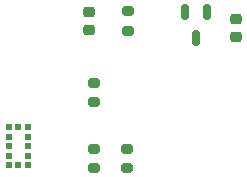
<source format=gbr>
%TF.GenerationSoftware,KiCad,Pcbnew,7.0.2*%
%TF.CreationDate,2023-05-24T09:21:20+02:00*%
%TF.ProjectId,PCB_Ewine,5043425f-4577-4696-9e65-2e6b69636164,rev?*%
%TF.SameCoordinates,Original*%
%TF.FileFunction,Paste,Top*%
%TF.FilePolarity,Positive*%
%FSLAX46Y46*%
G04 Gerber Fmt 4.6, Leading zero omitted, Abs format (unit mm)*
G04 Created by KiCad (PCBNEW 7.0.2) date 2023-05-24 09:21:20*
%MOMM*%
%LPD*%
G01*
G04 APERTURE LIST*
G04 Aperture macros list*
%AMRoundRect*
0 Rectangle with rounded corners*
0 $1 Rounding radius*
0 $2 $3 $4 $5 $6 $7 $8 $9 X,Y pos of 4 corners*
0 Add a 4 corners polygon primitive as box body*
4,1,4,$2,$3,$4,$5,$6,$7,$8,$9,$2,$3,0*
0 Add four circle primitives for the rounded corners*
1,1,$1+$1,$2,$3*
1,1,$1+$1,$4,$5*
1,1,$1+$1,$6,$7*
1,1,$1+$1,$8,$9*
0 Add four rect primitives between the rounded corners*
20,1,$1+$1,$2,$3,$4,$5,0*
20,1,$1+$1,$4,$5,$6,$7,0*
20,1,$1+$1,$6,$7,$8,$9,0*
20,1,$1+$1,$8,$9,$2,$3,0*%
G04 Aperture macros list end*
%ADD10RoundRect,0.200000X0.275000X-0.200000X0.275000X0.200000X-0.275000X0.200000X-0.275000X-0.200000X0*%
%ADD11RoundRect,0.225000X0.250000X-0.225000X0.250000X0.225000X-0.250000X0.225000X-0.250000X-0.225000X0*%
%ADD12RoundRect,0.200000X-0.275000X0.200000X-0.275000X-0.200000X0.275000X-0.200000X0.275000X0.200000X0*%
%ADD13RoundRect,0.150000X-0.150000X0.512500X-0.150000X-0.512500X0.150000X-0.512500X0.150000X0.512500X0*%
%ADD14R,0.508000X0.508000*%
%ADD15RoundRect,0.225000X-0.250000X0.225000X-0.250000X-0.225000X0.250000X-0.225000X0.250000X0.225000X0*%
G04 APERTURE END LIST*
D10*
%TO.C,R2*%
X144500000Y-38925000D03*
X144500000Y-37275000D03*
%TD*%
D11*
%TO.C,C4*%
X153600000Y-39450000D03*
X153600000Y-37900000D03*
%TD*%
D12*
%TO.C,R5*%
X141600000Y-48900000D03*
X141600000Y-50550000D03*
%TD*%
D13*
%TO.C,U2*%
X151200000Y-37300000D03*
X149300000Y-37300000D03*
X150250000Y-39575000D03*
%TD*%
D10*
%TO.C,R7*%
X141600000Y-45000000D03*
X141600000Y-43350000D03*
%TD*%
D12*
%TO.C,R6*%
X144400000Y-48900000D03*
X144400000Y-50550000D03*
%TD*%
D14*
%TO.C,U1*%
X135999973Y-47100001D03*
X135999973Y-47899999D03*
X135999973Y-48700000D03*
X135999973Y-49500001D03*
X135999973Y-50299999D03*
X135200000Y-50299946D03*
X134400027Y-50299999D03*
X134400027Y-49500001D03*
X134400027Y-48700000D03*
X134400027Y-47899999D03*
X134400027Y-47100001D03*
X135200000Y-47100054D03*
%TD*%
D15*
%TO.C,C5*%
X141200000Y-37325000D03*
X141200000Y-38875000D03*
%TD*%
M02*

</source>
